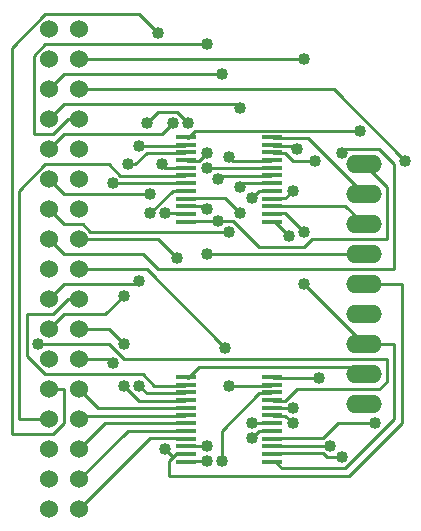
<source format=gbr>
G04 #@! TF.FileFunction,Copper,L1,Top,Signal*
%FSLAX46Y46*%
G04 Gerber Fmt 4.6, Leading zero omitted, Abs format (unit mm)*
G04 Created by KiCad (PCBNEW 4.0.4-stable) date 02/13/17 09:14:57*
%MOMM*%
%LPD*%
G01*
G04 APERTURE LIST*
%ADD10C,0.100000*%
%ADD11O,3.048000X1.524000*%
%ADD12C,1.530000*%
%ADD13R,1.651000X0.431800*%
%ADD14C,1.016000*%
%ADD15C,0.254000*%
G04 APERTURE END LIST*
D10*
D11*
X158826100Y-117063600D03*
X158826100Y-114523600D03*
X158826100Y-111983600D03*
X158826100Y-109443600D03*
X158826100Y-106903600D03*
X158826100Y-104363600D03*
X158826100Y-101823600D03*
X158826100Y-99283600D03*
X158826100Y-96743600D03*
D12*
X134696100Y-125953600D03*
X132156100Y-125953600D03*
X134696100Y-123413600D03*
X132156100Y-123413600D03*
X134696100Y-120873600D03*
X132156100Y-120873600D03*
X134696100Y-118333600D03*
X132156100Y-118333600D03*
X134696100Y-115793600D03*
X132156100Y-115793600D03*
X134696100Y-113253600D03*
X132156100Y-113253600D03*
X134696100Y-110713600D03*
X132156100Y-110713600D03*
X134696100Y-108173600D03*
X132156100Y-108173600D03*
X134696100Y-105633600D03*
X132156100Y-105633600D03*
X134696100Y-103093600D03*
X132156100Y-103093600D03*
X134696100Y-100553600D03*
X132156100Y-100553600D03*
X134696100Y-98013600D03*
X132156100Y-98013600D03*
X134696100Y-95473600D03*
X132156100Y-95473600D03*
X134696100Y-92933600D03*
X132156100Y-92933600D03*
X134696100Y-90393600D03*
X132156100Y-90393600D03*
X134696100Y-87853600D03*
X132156100Y-87853600D03*
X134696100Y-85313600D03*
X132156100Y-85313600D03*
D13*
X143763900Y-114752200D03*
X143763900Y-115412600D03*
X143763900Y-116047600D03*
X143763900Y-116708000D03*
X143763900Y-117368400D03*
X143763900Y-118003400D03*
X143763900Y-118663800D03*
X143763900Y-119298800D03*
X143763900Y-119959200D03*
X143763900Y-120619600D03*
X143763900Y-121254600D03*
X143763900Y-121915000D03*
X151028300Y-121915000D03*
X151028300Y-121254600D03*
X151028300Y-120619600D03*
X151028300Y-119959200D03*
X151028300Y-119298800D03*
X151028300Y-118663800D03*
X151028300Y-118003400D03*
X151028300Y-117368400D03*
X151028300Y-116708000D03*
X151028300Y-116047600D03*
X151028300Y-115412600D03*
X151028300Y-114752200D03*
X143763900Y-94432200D03*
X143763900Y-95092600D03*
X143763900Y-95727600D03*
X143763900Y-96388000D03*
X143763900Y-97048400D03*
X143763900Y-97683400D03*
X143763900Y-98343800D03*
X143763900Y-98978800D03*
X143763900Y-99639200D03*
X143763900Y-100299600D03*
X143763900Y-100934600D03*
X143763900Y-101595000D03*
X151028300Y-101595000D03*
X151028300Y-100934600D03*
X151028300Y-100299600D03*
X151028300Y-99639200D03*
X151028300Y-98978800D03*
X151028300Y-98343800D03*
X151028300Y-97683400D03*
X151028300Y-97048400D03*
X151028300Y-96388000D03*
X151028300Y-95727600D03*
X151028300Y-95092600D03*
X151028300Y-94432200D03*
D14*
X148348600Y-100871100D03*
X138506100Y-115476100D03*
X137553600Y-113571100D03*
X139776100Y-115476100D03*
X138506100Y-111983600D03*
X147396100Y-115476100D03*
X147078600Y-112301100D03*
X146761100Y-121826100D03*
X142951100Y-104681100D03*
X131203600Y-111983600D03*
X152793600Y-117381100D03*
X152793600Y-118651100D03*
X149301100Y-118651100D03*
X145491100Y-86583600D03*
X149301100Y-119921100D03*
X162318600Y-96426100D03*
X159778600Y-118651100D03*
X153746100Y-87853600D03*
X140728600Y-100871100D03*
X137553600Y-98331100D03*
X141681100Y-96743600D03*
X141363600Y-85631100D03*
X145491100Y-95791100D03*
X143903600Y-93251100D03*
X140411100Y-93251100D03*
X138823600Y-96743600D03*
X138506100Y-107856100D03*
X139776100Y-95156100D03*
X139776100Y-106586100D03*
X153111100Y-95473600D03*
X154698600Y-96426100D03*
X156921100Y-95791100D03*
X147396100Y-96108600D03*
X147396100Y-102458600D03*
X145491100Y-97061100D03*
X140728600Y-99283600D03*
X146443600Y-98013600D03*
X142633600Y-93251100D03*
X148348600Y-98648600D03*
X148348600Y-91981100D03*
X149301100Y-99601100D03*
X146761100Y-89123600D03*
X152793600Y-98966100D03*
X145491100Y-121826100D03*
X146443600Y-101506100D03*
X155016100Y-114841100D03*
X155968600Y-120556100D03*
X145491100Y-120556100D03*
X145491100Y-100553600D03*
X145491100Y-104363600D03*
X141998600Y-100871100D03*
X141998600Y-120873600D03*
X156921100Y-121508600D03*
X153746100Y-102458600D03*
X152476100Y-102776100D03*
X153746100Y-106903600D03*
X158508600Y-93886100D03*
D15*
X140728600Y-119921100D02*
X143586100Y-119921100D01*
X134696100Y-125953600D02*
X140728600Y-119921100D01*
X143586100Y-119921100D02*
X143763900Y-119959200D01*
X147078600Y-99601100D02*
X143903600Y-99601100D01*
X148348600Y-100871100D02*
X147078600Y-99601100D01*
X143903600Y-99601100D02*
X143763900Y-99639200D01*
X138823600Y-119286100D02*
X143586100Y-119286100D01*
X134696100Y-123413600D02*
X138823600Y-119286100D01*
X143586100Y-119286100D02*
X143763900Y-119298800D01*
X136918600Y-118651100D02*
X143586100Y-118651100D01*
X134696100Y-120873600D02*
X136918600Y-118651100D01*
X143586100Y-118651100D02*
X143763900Y-118663800D01*
X135013600Y-118016100D02*
X143586100Y-118016100D01*
X134696100Y-118333600D02*
X135013600Y-118016100D01*
X143586100Y-118016100D02*
X143763900Y-118003400D01*
X136283600Y-117381100D02*
X143586100Y-117381100D01*
X134696100Y-115793600D02*
X136283600Y-117381100D01*
X143586100Y-117381100D02*
X143763900Y-117368400D01*
X139776100Y-116746100D02*
X143586100Y-116746100D01*
X138506100Y-115476100D02*
X139776100Y-116746100D01*
X137236100Y-113253600D02*
X137553600Y-113571100D01*
X134696100Y-113253600D02*
X137236100Y-113253600D01*
X143586100Y-116746100D02*
X143763900Y-116708000D01*
X140411100Y-116111100D02*
X143586100Y-116111100D01*
X139776100Y-115476100D02*
X140411100Y-116111100D01*
X137236100Y-110713600D02*
X138506100Y-111983600D01*
X134696100Y-110713600D02*
X137236100Y-110713600D01*
X143586100Y-116111100D02*
X143763900Y-116047600D01*
X141046100Y-115476100D02*
X143586100Y-115476100D01*
X140093600Y-114523600D02*
X141046100Y-115476100D01*
X131838600Y-114523600D02*
X140093600Y-114523600D01*
X130251100Y-112936100D02*
X131838600Y-114523600D01*
X130251100Y-109443600D02*
X130251100Y-112936100D01*
X132473600Y-109443600D02*
X130251100Y-109443600D01*
X133743600Y-108173600D02*
X132473600Y-109443600D01*
X134696100Y-108173600D02*
X133743600Y-108173600D01*
X143586100Y-115476100D02*
X143763900Y-115412600D01*
X147396100Y-115476100D02*
X150888600Y-115476100D01*
X140411100Y-105633600D02*
X147078600Y-112301100D01*
X134696100Y-105633600D02*
X140411100Y-105633600D01*
X150888600Y-115476100D02*
X151028300Y-115412600D01*
X149936100Y-116111100D02*
X150888600Y-116111100D01*
X146761100Y-119286100D02*
X149936100Y-116111100D01*
X146761100Y-121826100D02*
X146761100Y-119286100D01*
X141363600Y-103093600D02*
X142951100Y-104681100D01*
X134696100Y-103093600D02*
X141363600Y-103093600D01*
X150888600Y-116111100D02*
X151028300Y-116047600D01*
X152158600Y-116746100D02*
X151206100Y-116746100D01*
X153111100Y-115793600D02*
X152158600Y-116746100D01*
X160096100Y-115793600D02*
X153111100Y-115793600D01*
X160731100Y-115158600D02*
X160096100Y-115793600D01*
X160731100Y-113253600D02*
X160731100Y-115158600D01*
X138506100Y-113253600D02*
X160731100Y-113253600D01*
X137236100Y-111983600D02*
X138506100Y-113253600D01*
X131203600Y-111983600D02*
X137236100Y-111983600D01*
X151206100Y-116746100D02*
X151028300Y-116708000D01*
X152793600Y-117381100D02*
X151206100Y-117381100D01*
X151206100Y-117381100D02*
X151028300Y-117368400D01*
X152158600Y-118016100D02*
X151206100Y-118016100D01*
X152793600Y-118651100D02*
X152158600Y-118016100D01*
X151206100Y-118016100D02*
X151028300Y-118003400D01*
X149301100Y-118651100D02*
X150888600Y-118651100D01*
X131838600Y-86583600D02*
X145491100Y-86583600D01*
X130886100Y-87536100D02*
X131838600Y-86583600D01*
X130886100Y-94203600D02*
X130886100Y-87536100D01*
X132473600Y-94203600D02*
X130886100Y-94203600D01*
X133743600Y-92933600D02*
X132473600Y-94203600D01*
X134696100Y-92933600D02*
X133743600Y-92933600D01*
X150888600Y-118651100D02*
X151028300Y-118663800D01*
X149936100Y-119286100D02*
X150888600Y-119286100D01*
X149301100Y-119921100D02*
X149936100Y-119286100D01*
X156286100Y-90393600D02*
X162318600Y-96426100D01*
X134696100Y-90393600D02*
X156286100Y-90393600D01*
X150888600Y-119286100D02*
X151028300Y-119298800D01*
X155333600Y-119921100D02*
X151206100Y-119921100D01*
X156603600Y-118651100D02*
X155333600Y-119921100D01*
X159778600Y-118651100D02*
X156603600Y-118651100D01*
X134696100Y-87853600D02*
X153746100Y-87853600D01*
X151206100Y-119921100D02*
X151028300Y-119959200D01*
X142633600Y-98966100D02*
X143586100Y-98966100D01*
X140728600Y-100871100D02*
X142633600Y-98966100D01*
X143586100Y-98966100D02*
X143763900Y-98978800D01*
X137553600Y-98331100D02*
X143586100Y-98331100D01*
X143586100Y-98331100D02*
X143763900Y-98343800D01*
X138188600Y-97696100D02*
X143586100Y-97696100D01*
X137236100Y-96743600D02*
X138188600Y-97696100D01*
X131838600Y-96743600D02*
X137236100Y-96743600D01*
X129616100Y-98966100D02*
X131838600Y-96743600D01*
X129616100Y-118333600D02*
X129616100Y-98966100D01*
X132156100Y-118333600D02*
X129616100Y-118333600D01*
X143586100Y-97696100D02*
X143763900Y-97683400D01*
X141998600Y-97061100D02*
X143586100Y-97061100D01*
X141681100Y-96743600D02*
X141998600Y-97061100D01*
X139776100Y-84043600D02*
X141363600Y-85631100D01*
X131838600Y-84043600D02*
X139776100Y-84043600D01*
X128981100Y-86901100D02*
X131838600Y-84043600D01*
X128981100Y-119603600D02*
X128981100Y-86901100D01*
X132473600Y-119603600D02*
X128981100Y-119603600D01*
X133426100Y-118651100D02*
X132473600Y-119603600D01*
X133426100Y-115793600D02*
X133426100Y-118651100D01*
X132156100Y-115793600D02*
X133426100Y-115793600D01*
X143586100Y-97061100D02*
X143763900Y-97048400D01*
X144856100Y-96426100D02*
X143903600Y-96426100D01*
X145491100Y-95791100D02*
X144856100Y-96426100D01*
X142951100Y-92298600D02*
X143903600Y-93251100D01*
X141363600Y-92298600D02*
X142951100Y-92298600D01*
X140411100Y-93251100D02*
X141363600Y-92298600D01*
X143903600Y-96426100D02*
X143763900Y-96388000D01*
X140411100Y-95791100D02*
X143586100Y-95791100D01*
X139458600Y-96743600D02*
X140411100Y-95791100D01*
X138823600Y-96743600D02*
X139458600Y-96743600D01*
X136918600Y-109443600D02*
X138506100Y-107856100D01*
X133426100Y-109443600D02*
X136918600Y-109443600D01*
X132156100Y-110713600D02*
X133426100Y-109443600D01*
X143586100Y-95791100D02*
X143763900Y-95727600D01*
X139776100Y-95156100D02*
X143586100Y-95156100D01*
X139458600Y-106903600D02*
X139776100Y-106586100D01*
X133426100Y-106903600D02*
X139458600Y-106903600D01*
X132156100Y-108173600D02*
X133426100Y-106903600D01*
X143586100Y-95156100D02*
X143763900Y-95092600D01*
X152793600Y-95156100D02*
X151206100Y-95156100D01*
X153111100Y-95473600D02*
X152793600Y-95156100D01*
X151206100Y-95156100D02*
X151028300Y-95092600D01*
X152158600Y-95791100D02*
X151206100Y-95791100D01*
X152793600Y-96426100D02*
X152158600Y-95791100D01*
X154698600Y-96426100D02*
X152793600Y-96426100D01*
X157238600Y-95473600D02*
X156921100Y-95791100D01*
X160096100Y-95473600D02*
X157238600Y-95473600D01*
X161366100Y-96743600D02*
X160096100Y-95473600D01*
X161366100Y-105633600D02*
X161366100Y-96743600D01*
X141363600Y-105633600D02*
X161366100Y-105633600D01*
X140093600Y-104363600D02*
X141363600Y-105633600D01*
X133426100Y-104363600D02*
X140093600Y-104363600D01*
X132156100Y-103093600D02*
X133426100Y-104363600D01*
X151206100Y-95791100D02*
X151028300Y-95727600D01*
X147713600Y-96426100D02*
X150888600Y-96426100D01*
X147396100Y-96108600D02*
X147713600Y-96426100D01*
X135648600Y-102458600D02*
X147396100Y-102458600D01*
X135013600Y-101823600D02*
X135648600Y-102458600D01*
X133426100Y-101823600D02*
X135013600Y-101823600D01*
X132156100Y-100553600D02*
X133426100Y-101823600D01*
X150888600Y-96426100D02*
X151028300Y-96388000D01*
X145491100Y-97061100D02*
X150888600Y-97061100D01*
X133426100Y-99283600D02*
X140728600Y-99283600D01*
X132156100Y-98013600D02*
X133426100Y-99283600D01*
X150888600Y-97061100D02*
X151028300Y-97048400D01*
X146761100Y-97696100D02*
X150888600Y-97696100D01*
X146443600Y-98013600D02*
X146761100Y-97696100D01*
X141681100Y-94203600D02*
X142633600Y-93251100D01*
X133426100Y-94203600D02*
X141681100Y-94203600D01*
X132156100Y-95473600D02*
X133426100Y-94203600D01*
X150888600Y-97696100D02*
X151028300Y-97683400D01*
X148666100Y-98331100D02*
X150888600Y-98331100D01*
X148348600Y-98648600D02*
X148666100Y-98331100D01*
X148031100Y-91663600D02*
X148348600Y-91981100D01*
X133426100Y-91663600D02*
X148031100Y-91663600D01*
X132156100Y-92933600D02*
X133426100Y-91663600D01*
X150888600Y-98331100D02*
X151028300Y-98343800D01*
X149936100Y-98966100D02*
X150888600Y-98966100D01*
X149301100Y-99601100D02*
X149936100Y-98966100D01*
X133426100Y-89123600D02*
X146761100Y-89123600D01*
X132156100Y-90393600D02*
X133426100Y-89123600D01*
X150888600Y-98966100D02*
X151028300Y-98978800D01*
X152158600Y-99601100D02*
X151206100Y-99601100D01*
X152793600Y-98966100D02*
X152158600Y-99601100D01*
X151206100Y-99601100D02*
X151028300Y-99639200D01*
X145491100Y-121826100D02*
X143903600Y-121826100D01*
X143903600Y-101506100D02*
X146443600Y-101506100D01*
X143903600Y-121826100D02*
X143763900Y-121915000D01*
X143903600Y-101506100D02*
X143763900Y-101595000D01*
X160731100Y-98648600D02*
X158826100Y-96743600D01*
X160731100Y-103093600D02*
X160731100Y-98648600D01*
X154381100Y-103093600D02*
X160731100Y-103093600D01*
X153746100Y-103728600D02*
X154381100Y-103093600D01*
X149936100Y-103728600D02*
X153746100Y-103728600D01*
X147713600Y-101506100D02*
X149936100Y-103728600D01*
X146443600Y-101506100D02*
X147713600Y-101506100D01*
X155016100Y-114841100D02*
X151206100Y-114841100D01*
X151206100Y-114841100D02*
X151028300Y-114752200D01*
X154063600Y-94521100D02*
X151206100Y-94521100D01*
X158826100Y-99283600D02*
X154063600Y-94521100D01*
X151206100Y-94521100D02*
X151028300Y-94432200D01*
X155968600Y-120556100D02*
X151206100Y-120556100D01*
X151206100Y-120556100D02*
X151028300Y-120619600D01*
X157238600Y-100236100D02*
X151206100Y-100236100D01*
X158826100Y-101823600D02*
X157238600Y-100236100D01*
X151206100Y-100236100D02*
X151028300Y-100299600D01*
X145491100Y-120556100D02*
X143903600Y-120556100D01*
X145173600Y-100236100D02*
X145491100Y-100553600D01*
X143903600Y-100236100D02*
X145173600Y-100236100D01*
X143903600Y-120556100D02*
X143763900Y-120619600D01*
X143903600Y-100236100D02*
X143763900Y-100299600D01*
X145491100Y-104363600D02*
X158826100Y-104363600D01*
X142951100Y-121191100D02*
X143586100Y-121191100D01*
X142316100Y-121826100D02*
X142633600Y-121508600D01*
X142633600Y-121508600D02*
X142951100Y-121191100D01*
X142316100Y-123096100D02*
X142316100Y-121826100D01*
X157556100Y-123096100D02*
X142316100Y-123096100D01*
X162001100Y-118651100D02*
X157556100Y-123096100D01*
X162001100Y-106903600D02*
X162001100Y-118651100D01*
X158826100Y-106903600D02*
X162001100Y-106903600D01*
X143586100Y-121191100D02*
X143763900Y-121254600D01*
X141998600Y-100871100D02*
X143586100Y-100871100D01*
X142633600Y-121508600D02*
X141998600Y-120873600D01*
X143586100Y-100871100D02*
X143763900Y-100934600D01*
X155333600Y-121191100D02*
X151206100Y-121191100D01*
X155651100Y-121508600D02*
X155333600Y-121191100D01*
X156921100Y-121508600D02*
X155651100Y-121508600D01*
X151206100Y-121191100D02*
X151028300Y-121254600D01*
X152158600Y-100871100D02*
X151206100Y-100871100D01*
X153746100Y-102458600D02*
X152158600Y-100871100D01*
X151206100Y-100871100D02*
X151028300Y-100934600D01*
X151841100Y-122461100D02*
X151206100Y-121826100D01*
X157238600Y-122461100D02*
X151841100Y-122461100D01*
X161366100Y-118333600D02*
X157238600Y-122461100D01*
X161366100Y-111983600D02*
X161366100Y-118333600D01*
X158826100Y-111983600D02*
X161366100Y-111983600D01*
X151206100Y-121826100D02*
X151028300Y-121915000D01*
X152476100Y-102776100D02*
X151206100Y-101506100D01*
X158826100Y-111983600D02*
X153746100Y-106903600D01*
X151206100Y-101506100D02*
X151028300Y-101595000D01*
X144538600Y-93886100D02*
X143903600Y-94521100D01*
X158508600Y-93886100D02*
X144538600Y-93886100D01*
X143903600Y-94521100D02*
X143763900Y-94432200D01*
X144856100Y-113888600D02*
X143903600Y-114841100D01*
X158191100Y-113888600D02*
X144856100Y-113888600D01*
X158826100Y-114523600D02*
X158191100Y-113888600D01*
X143903600Y-114841100D02*
X143763900Y-114752200D01*
M02*

</source>
